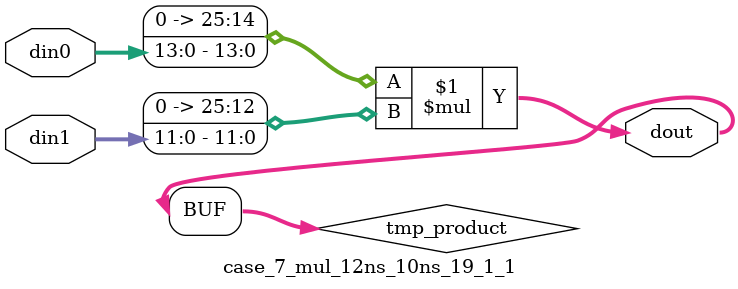
<source format=v>

`timescale 1 ns / 1 ps

 (* use_dsp = "no" *)  module case_7_mul_12ns_10ns_19_1_1(din0, din1, dout);
parameter ID = 1;
parameter NUM_STAGE = 0;
parameter din0_WIDTH = 14;
parameter din1_WIDTH = 12;
parameter dout_WIDTH = 26;

input [din0_WIDTH - 1 : 0] din0; 
input [din1_WIDTH - 1 : 0] din1; 
output [dout_WIDTH - 1 : 0] dout;

wire signed [dout_WIDTH - 1 : 0] tmp_product;
























assign tmp_product = $signed({1'b0, din0}) * $signed({1'b0, din1});











assign dout = tmp_product;





















endmodule

</source>
